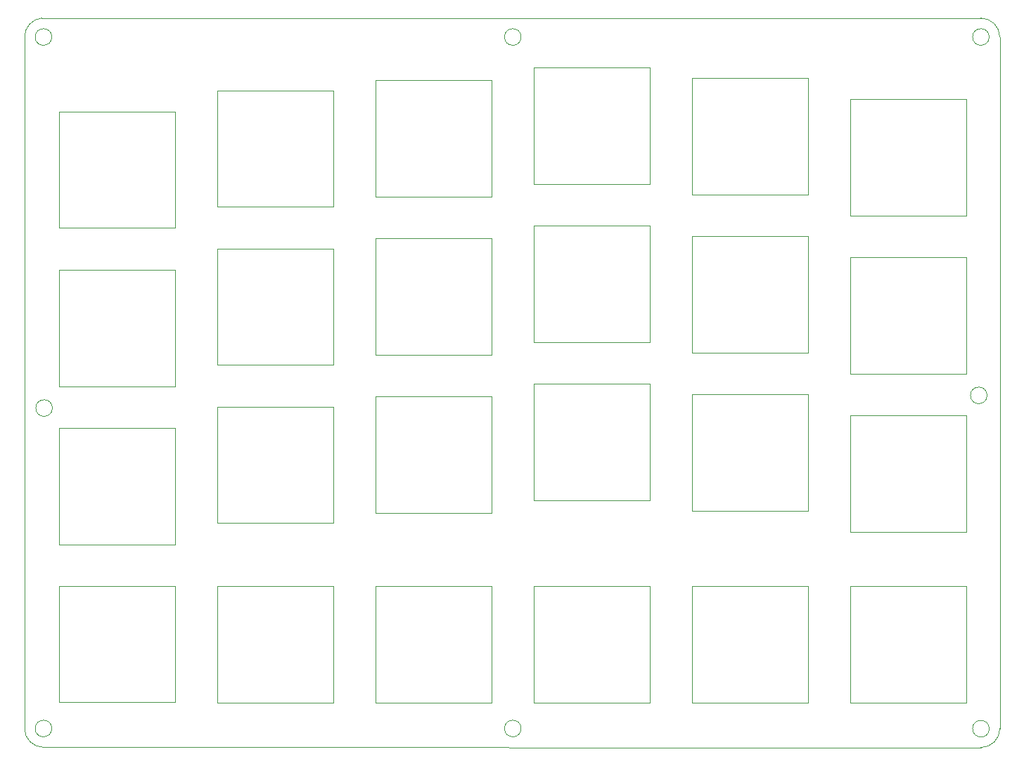
<source format=gbr>
G04 #@! TF.GenerationSoftware,KiCad,Pcbnew,5.1.9*
G04 #@! TF.CreationDate,2021-01-20T05:41:38-06:00*
G04 #@! TF.ProjectId,halfboard-top,68616c66-626f-4617-9264-2d746f702e6b,rev?*
G04 #@! TF.SameCoordinates,Original*
G04 #@! TF.FileFunction,Profile,NP*
%FSLAX46Y46*%
G04 Gerber Fmt 4.6, Leading zero omitted, Abs format (unit mm)*
G04 Created by KiCad (PCBNEW 5.1.9) date 2021-01-20 05:41:38*
%MOMM*%
%LPD*%
G01*
G04 APERTURE LIST*
G04 #@! TA.AperFunction,Profile*
%ADD10C,0.050000*%
G04 #@! TD*
G04 APERTURE END LIST*
D10*
X173772820Y-52592110D02*
X100634843Y-52592110D01*
X118432800Y-54864000D02*
G75*
G03*
X118432800Y-54864000I-1000000J0D01*
G01*
X176060767Y-138198777D02*
X176058733Y-54863999D01*
X60950595Y-140445910D02*
X173774854Y-140470666D01*
X174532800Y-98044000D02*
G75*
G03*
X174532800Y-98044000I-1000000J0D01*
G01*
X62010800Y-99568000D02*
G75*
G03*
X62010800Y-99568000I-1000000J0D01*
G01*
X118434226Y-138174032D02*
G75*
G03*
X118434226Y-138174032I-1000000J0D01*
G01*
X77265006Y-52592122D02*
X60708868Y-52578002D01*
X174786800Y-54864000D02*
G75*
G03*
X174786800Y-54864000I-1000000J0D01*
G01*
X61934733Y-138174032D02*
G75*
G03*
X61934733Y-138174032I-1000000J0D01*
G01*
X60950595Y-140445910D02*
G75*
G02*
X58662800Y-138174033I-15862J2271878D01*
G01*
X173772820Y-52592110D02*
G75*
G02*
X176058733Y-54863999I13980J-2271890D01*
G01*
X58662800Y-54864001D02*
X58662800Y-138174033D01*
X174786800Y-138198776D02*
G75*
G03*
X174786800Y-138198776I-1000000J0D01*
G01*
X61934733Y-54864001D02*
G75*
G03*
X61934733Y-54864001I-1000000J0D01*
G01*
X58662800Y-54864001D02*
G75*
G02*
X60708868Y-52578002I2300067J0D01*
G01*
X173774854Y-140470666D02*
G75*
G03*
X176060767Y-138198777I13980J2271890D01*
G01*
X62815969Y-63861270D02*
X76815969Y-63861270D01*
X76815969Y-63861270D02*
X76815969Y-77861270D01*
X76815969Y-77861270D02*
X62785969Y-77861270D01*
X62785969Y-77861270D02*
X62785969Y-63861270D01*
X62815969Y-121011270D02*
X76815969Y-121011270D01*
X76815969Y-121011270D02*
X76815969Y-135011270D01*
X76815969Y-135011270D02*
X62785969Y-135011270D01*
X62785969Y-135011270D02*
X62785969Y-121011270D01*
X62815969Y-102012070D02*
X76815969Y-102012070D01*
X76815969Y-102012070D02*
X76815969Y-116012070D01*
X76815969Y-116012070D02*
X62785969Y-116012070D01*
X62785969Y-116012070D02*
X62785969Y-102012070D01*
X62815969Y-82962070D02*
X76815969Y-82962070D01*
X76815969Y-82962070D02*
X76815969Y-96962070D01*
X76815969Y-96962070D02*
X62785969Y-96962070D01*
X62785969Y-96962070D02*
X62785969Y-82962070D01*
X119965969Y-58578070D02*
X133965969Y-58578070D01*
X133965969Y-58578070D02*
X133965969Y-72578070D01*
X133965969Y-72578070D02*
X119935969Y-72578070D01*
X119935969Y-72578070D02*
X119935969Y-58578070D01*
X139015969Y-59848070D02*
X153015969Y-59848070D01*
X153015969Y-59848070D02*
X153015969Y-73848070D01*
X153015969Y-73848070D02*
X138985969Y-73848070D01*
X138985969Y-73848070D02*
X138985969Y-59848070D01*
X158065969Y-62388070D02*
X172065969Y-62388070D01*
X172065969Y-62388070D02*
X172065969Y-76388070D01*
X172065969Y-76388070D02*
X158035969Y-76388070D01*
X158035969Y-76388070D02*
X158035969Y-62388070D01*
X158065969Y-81438070D02*
X172065969Y-81438070D01*
X172065969Y-81438070D02*
X172065969Y-95438070D01*
X172065969Y-95438070D02*
X158035969Y-95438070D01*
X158035969Y-95438070D02*
X158035969Y-81438070D01*
X139015969Y-78898070D02*
X153015969Y-78898070D01*
X153015969Y-78898070D02*
X153015969Y-92898070D01*
X153015969Y-92898070D02*
X138985969Y-92898070D01*
X138985969Y-92898070D02*
X138985969Y-78898070D01*
X119965969Y-77628070D02*
X133965969Y-77628070D01*
X133965969Y-77628070D02*
X133965969Y-91628070D01*
X133965969Y-91628070D02*
X119935969Y-91628070D01*
X119935969Y-91628070D02*
X119935969Y-77628070D01*
X100915969Y-79152070D02*
X114915969Y-79152070D01*
X114915969Y-79152070D02*
X114915969Y-93152070D01*
X114915969Y-93152070D02*
X100885969Y-93152070D01*
X100885969Y-93152070D02*
X100885969Y-79152070D01*
X81865969Y-80371270D02*
X95865969Y-80371270D01*
X95865969Y-80371270D02*
X95865969Y-94371270D01*
X95865969Y-94371270D02*
X81835969Y-94371270D01*
X81835969Y-94371270D02*
X81835969Y-80371270D01*
X81865969Y-99421270D02*
X95865969Y-99421270D01*
X95865969Y-99421270D02*
X95865969Y-113421270D01*
X95865969Y-113421270D02*
X81835969Y-113421270D01*
X81835969Y-113421270D02*
X81835969Y-99421270D01*
X100915969Y-98202070D02*
X114915969Y-98202070D01*
X114915969Y-98202070D02*
X114915969Y-112202070D01*
X114915969Y-112202070D02*
X100885969Y-112202070D01*
X100885969Y-112202070D02*
X100885969Y-98202070D01*
X119965969Y-96678070D02*
X133965969Y-96678070D01*
X133965969Y-96678070D02*
X133965969Y-110678070D01*
X133965969Y-110678070D02*
X119935969Y-110678070D01*
X119935969Y-110678070D02*
X119935969Y-96678070D01*
X139015969Y-97948070D02*
X153015969Y-97948070D01*
X153015969Y-97948070D02*
X153015969Y-111948070D01*
X153015969Y-111948070D02*
X138985969Y-111948070D01*
X138985969Y-111948070D02*
X138985969Y-97948070D01*
X158065969Y-100488070D02*
X172065969Y-100488070D01*
X172065969Y-100488070D02*
X172065969Y-114488070D01*
X172065969Y-114488070D02*
X158035969Y-114488070D01*
X158035969Y-114488070D02*
X158035969Y-100488070D01*
X158065969Y-121062070D02*
X172065969Y-121062070D01*
X172065969Y-121062070D02*
X172065969Y-135062070D01*
X172065969Y-135062070D02*
X158035969Y-135062070D01*
X158035969Y-135062070D02*
X158035969Y-121062070D01*
X139015969Y-121062070D02*
X153015969Y-121062070D01*
X153015969Y-121062070D02*
X153015969Y-135062070D01*
X153015969Y-135062070D02*
X138985969Y-135062070D01*
X138985969Y-135062070D02*
X138985969Y-121062070D01*
X119965969Y-121062070D02*
X133965969Y-121062070D01*
X133965969Y-121062070D02*
X133965969Y-135062070D01*
X133965969Y-135062070D02*
X119935969Y-135062070D01*
X119935969Y-135062070D02*
X119935969Y-121062070D01*
X100915969Y-121062070D02*
X114915969Y-121062070D01*
X114915969Y-121062070D02*
X114915969Y-135062070D01*
X114915969Y-135062070D02*
X100885969Y-135062070D01*
X100885969Y-135062070D02*
X100885969Y-121062070D01*
X81865969Y-121062070D02*
X95865969Y-121062070D01*
X95865969Y-121062070D02*
X95865969Y-135062070D01*
X95865969Y-135062070D02*
X81835969Y-135062070D01*
X81835969Y-135062070D02*
X81835969Y-121062070D01*
X100915969Y-60102070D02*
X114915969Y-60102070D01*
X114915969Y-60102070D02*
X114915969Y-74102070D01*
X114915969Y-74102070D02*
X100885969Y-74102070D01*
X100885969Y-74102070D02*
X100885969Y-60102070D01*
X81838800Y-75311000D02*
X81838800Y-61311000D01*
X81868800Y-61311000D02*
X95868800Y-61311000D01*
X95868800Y-75311000D02*
X81838800Y-75311000D01*
X95868800Y-61311000D02*
X95868800Y-75311000D01*
X62788800Y-96901000D02*
X62788800Y-82931000D01*
X62818800Y-82931000D02*
X76818800Y-82931000D01*
X76818800Y-82931000D02*
X76818800Y-96901000D01*
X62788800Y-115951000D02*
X62788800Y-101981000D01*
X62818800Y-101981000D02*
X76818800Y-101981000D01*
X76818800Y-101981000D02*
X76818800Y-115951000D01*
X62788800Y-135001000D02*
X62788800Y-121031000D01*
X76818800Y-135001000D02*
X62788800Y-135001000D01*
X76818800Y-121031000D02*
X76818800Y-135001000D01*
X62792300Y-77851000D02*
X62792300Y-63881000D01*
X76822300Y-77851000D02*
X62792300Y-77851000D01*
X76822300Y-63881000D02*
X76822300Y-77851000D01*
X60950595Y-140445910D02*
X173774854Y-140470666D01*
X176060767Y-138198777D02*
X176058733Y-54863999D01*
X58662800Y-54864001D02*
G75*
G02*
X60708868Y-52578002I2300067J0D01*
G01*
X173772820Y-52592110D02*
G75*
G02*
X176058733Y-54863999I13980J-2271890D01*
G01*
X173774854Y-140470666D02*
G75*
G03*
X176060767Y-138198777I13980J2271890D01*
G01*
X60950595Y-140445910D02*
G75*
G02*
X58662800Y-138174033I-15862J2271878D01*
G01*
X118434226Y-138174032D02*
G75*
G03*
X118434226Y-138174032I-1000000J0D01*
G01*
X62010800Y-99568000D02*
G75*
G03*
X62010800Y-99568000I-1000000J0D01*
G01*
X173772820Y-52592110D02*
X60708868Y-52578002D01*
X61934733Y-54864001D02*
G75*
G03*
X61934733Y-54864001I-1000000J0D01*
G01*
X174786800Y-138198776D02*
G75*
G03*
X174786800Y-138198776I-1000000J0D01*
G01*
X174786800Y-54864000D02*
G75*
G03*
X174786800Y-54864000I-1000000J0D01*
G01*
X61934733Y-138174032D02*
G75*
G03*
X61934733Y-138174032I-1000000J0D01*
G01*
X58662800Y-54864001D02*
X58662800Y-138174033D01*
X118434226Y-54864000D02*
G75*
G03*
X118434226Y-54864000I-1000000J0D01*
G01*
M02*

</source>
